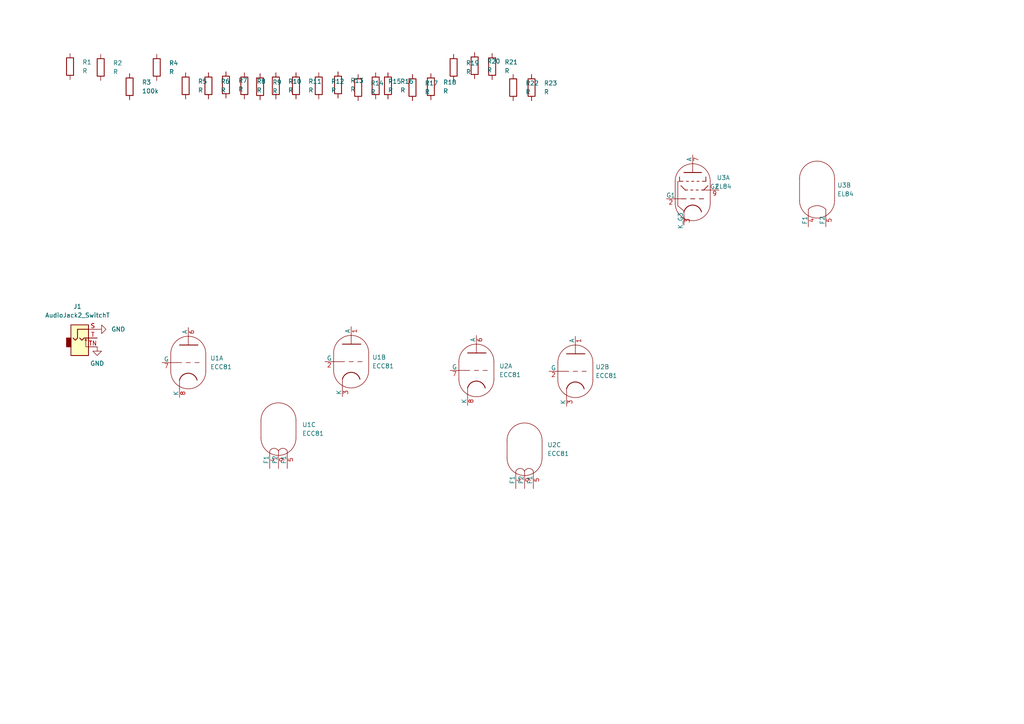
<source format=kicad_sch>
(kicad_sch (version 20211123) (generator eeschema)
  (paper "A4")
  (lib_symbols
    (symbol "Connector:AudioJack2_SwitchT"
      (property "Reference" "J" (at 0 8.89 0))
      (property "Value" "AudioJack2_SwitchT" (at 0 6.35 0))
      (symbol "AudioJack2_SwitchT_0_1"
        (rectangle (start -2.54 0) (end -3.81 -2.54) (stroke (width 0.254)) (fill (type outline)))
        (polyline (pts (xy 1.778 -0.254) (xy 2.032 -0.762)))
        (polyline (pts (xy 0 0) (xy 0.635 -0.635) (xy 1.27 0) (xy 2.54 0)) (stroke (width 0.254)))
        (polyline (pts (xy 2.54 -2.54) (xy 1.778 -2.54) (xy 1.778 -0.254) (xy 1.524 -0.762)))
        (polyline (pts (xy 2.54 2.54) (xy -0.635 2.54) (xy -0.635 0) (xy -1.27 -0.635) (xy -1.905 0)) (stroke (width 0.254)))
        (rectangle (start 2.54 3.81) (end -2.54 -5.08) (stroke (width 0.254)) (fill (type background)))
      )
      (symbol "AudioJack2_SwitchT_1_1"
        (pin passive line (at 5.08 2.54 180) (length 2.54) (name "~") (number "S"))
        (pin passive line (at 5.08 0 180) (length 2.54) (name "~") (number "T"))
        (pin passive line (at 5.08 -2.54 180) (length 2.54) (name "~") (number "TN"))
      )
    )
    (symbol "Device:R" (pin_numbers hide) (pin_names (offset 0))
      (property "Reference" "R" (at 2.032 0 90))
      (property "Value" "R" (at 0 0 90))
      (symbol "R_0_1"
        (rectangle (start -1.016 -2.54) (end 1.016 2.54) (stroke (width 0.254)))
      )
      (symbol "R_1_1"
        (pin passive line (at 0 3.81 270) (length 1.27) (name "~") (number "1"))
        (pin passive line (at 0 -3.81 90) (length 1.27) (name "~") (number "2"))
      )
    )
    (symbol "Valve:ECC81" (pin_names (offset 0))
      (property "Reference" "U" (at 3.302 7.874 0))
      (property "Value" "ECC81" (at 8.89 -7.62 0))
      (symbol "ECC81_0_1"
        (arc (start -5.08 -2.54) (mid 0 -7.62) (end 5.08 -2.54))
        (polyline (pts (xy 5.08 2.54) (xy 5.08 -2.54)))
        (polyline (pts (xy -5.08 2.54) (xy -5.08 -2.54) (xy -5.08 -2.54)))
        (arc (start 5.08 2.54) (mid 0 7.62) (end -5.08 2.54))
      )
      (symbol "ECC81_1_0"
        (polyline (pts (xy -2.54 -5.08) (xy -2.54 -7.62)))
        (polyline (pts (xy 0 5.08) (xy 0 7.62)))
      )
      (symbol "ECC81_1_1"
        (polyline (pts (xy -5.08 0) (xy -3.175 0)))
        (polyline (pts (xy -1.905 0) (xy -3.175 0)) (stroke (width 0.1524)))
        (polyline (pts (xy -0.635 0) (xy 0.635 0)) (stroke (width 0.1524)))
        (polyline (pts (xy 1.905 0) (xy 3.175 0)) (stroke (width 0.1524)))
        (polyline (pts (xy -2.54 5.08) (xy 2.794 5.08) (xy 2.794 5.08)) (stroke (width 0.254)))
        (arc (start 2.54 -5.08) (mid 0 -3.0968) (end -2.54 -5.08) (stroke (width 0.254)))
        (pin output line (at 0 10.16 270) (length 2.54) (name "A") (number "6"))
        (pin input line (at -7.62 0 0) (length 2.54) (name "G") (number "7"))
        (pin bidirectional line (at -2.54 -10.16 90) (length 2.54) (name "K") (number "8"))
      )
      (symbol "ECC81_2_0"
        (polyline (pts (xy -2.54 -5.08) (xy -2.54 -7.62)))
        (polyline (pts (xy 0 5.08) (xy 0 7.62)))
      )
      (symbol "ECC81_2_1"
        (polyline (pts (xy -5.08 0) (xy -3.175 0)))
        (polyline (pts (xy -1.905 0) (xy -3.175 0)) (stroke (width 0.1524)))
        (polyline (pts (xy -0.635 0) (xy 0.635 0)) (stroke (width 0.1524)))
        (polyline (pts (xy 1.905 0) (xy 3.175 0)) (stroke (width 0.1524)))
        (polyline (pts (xy -2.54 5.08) (xy 2.794 5.08) (xy 2.794 5.08)) (stroke (width 0.254)))
        (arc (start 2.54 -5.08) (mid 0 -3.0968) (end -2.54 -5.08) (stroke (width 0.254)))
        (pin output line (at 0 10.16 270) (length 2.54) (name "A") (number "1"))
        (pin input line (at -7.62 0 0) (length 2.54) (name "G") (number "2"))
        (pin bidirectional line (at -2.54 -10.16 90) (length 2.54) (name "K") (number "3"))
      )
      (symbol "ECC81_3_1"
        (arc (start 0 -6.35) (mid -1.27 -5.5651) (end -2.54 -6.35))
        (arc (start 2.54 -6.35) (mid 1.27 -5.5651) (end 0 -6.35))
        (pin power_in line (at -2.54 -11.43 90) (length 5.08) (name "F1") (number "4"))
        (pin power_in line (at 2.54 -11.43 90) (length 5.08) (name "F1") (number "5"))
        (pin power_in line (at 0 -11.43 90) (length 5.08) (name "F2") (number "9"))
      )
    )
    (symbol "Valve:EL84" (pin_names (offset 0))
      (property "Reference" "U" (at 2.54 10.16 0))
      (property "Value" "EL84" (at 7.62 -7.62 0))
      (symbol "EL84_0_1"
        (arc (start -5.08 -2.54) (mid 0 -7.62) (end 5.08 -2.54))
        (polyline (pts (xy -5.08 3.81) (xy -5.08 -2.54) (xy -5.08 -2.54)))
        (polyline (pts (xy 5.08 -2.54) (xy 5.08 3.81) (xy 5.08 3.81)))
        (arc (start 5.08 3.81) (mid 0 8.89) (end -5.08 3.81))
      )
      (symbol "EL84_1_0"
        (polyline (pts (xy -2.54 -5.08) (xy -2.54 -7.62)))
      )
      (symbol "EL84_1_1"
        (polyline (pts (xy -5.08 -1.27) (xy -3.175 -1.27)))
        (polyline (pts (xy -4.318 -3.302) (xy -4.318 3.7338)))
        (polyline (pts (xy -4.318 -3.302) (xy -2.54 -4.826)))
        (polyline (pts (xy -4.064 3.7338) (xy -4.318 3.7338)))
        (polyline (pts (xy -3.81 3.81) (xy -2.794 3.81)) (stroke (width 0.2032)))
        (polyline (pts (xy -3.81 5.08) (xy -3.81 3.81)) (stroke (width 0.2032)))
        (polyline (pts (xy -3.429 2.54) (xy -2.159 1.27)) (stroke (width 0.2032)))
        (polyline (pts (xy -2.159 1.27) (xy -1.4732 1.27)) (stroke (width 0.2032)))
        (polyline (pts (xy -1.905 -1.27) (xy -3.175 -1.27)) (stroke (width 0.2032)))
        (polyline (pts (xy -1.8542 3.81) (xy -1.2192 3.81)) (stroke (width 0.2032)))
        (polyline (pts (xy -0.635 -1.27) (xy 0.635 -1.27)) (stroke (width 0.2032)))
        (polyline (pts (xy -0.5842 1.27) (xy 0.0762 1.27)) (stroke (width 0.2032)))
        (polyline (pts (xy -0.3302 3.81) (xy 0.3302 3.81)) (stroke (width 0.2032)))
        (polyline (pts (xy 0 6.35) (xy 0 8.89)))
        (polyline (pts (xy 0.9652 1.27) (xy 1.6002 1.27)) (stroke (width 0.2032)))
        (polyline (pts (xy 1.2192 3.81) (xy 1.8542 3.81)) (stroke (width 0.2032)))
        (polyline (pts (xy 1.905 -1.27) (xy 3.175 -1.27)) (stroke (width 0.2032)))
        (polyline (pts (xy 2.54 1.27) (xy 3.175 1.27)) (stroke (width 0.2032)))
        (polyline (pts (xy 3.175 1.27) (xy 5.08 1.27)))
        (polyline (pts (xy 3.81 3.81) (xy 2.794 3.81)) (stroke (width 0.2032)))
        (polyline (pts (xy 3.81 5.08) (xy 3.81 3.81)) (stroke (width 0.2032)))
        (polyline (pts (xy 4.445 2.54) (xy 3.175 1.27)) (stroke (width 0.2032)))
        (polyline (pts (xy -2.54 6.35) (xy 2.54 6.35) (xy 2.54 6.35)) (stroke (width 0.254)))
        (arc (start 2.54 -5.08) (mid 0 -3.0968) (end -2.54 -5.08) (stroke (width 0.254)))
        (pin input line (at -7.62 -1.27 0) (length 2.54) (name "G1") (number "2"))
        (pin bidirectional line (at -2.54 -8.89 90) (length 2.54) (name "K_G3") (number "3"))
        (pin output line (at 0 11.43 270) (length 2.54) (name "A") (number "7"))
        (pin input line (at 7.62 1.27 180) (length 2.54) (name "G2") (number "9"))
      )
      (symbol "EL84_2_1"
        (polyline (pts (xy -2.54 -5.08) (xy -2.54 -6.35) (xy -2.54 -6.35)))
        (polyline (pts (xy 2.54 -6.35) (xy 2.54 -5.08) (xy 2.54 -5.08)))
        (arc (start 2.54 -5.08) (mid 0 -4.0279) (end -2.54 -5.08))
        (pin power_in line (at -2.54 -10.16 90) (length 3.81) (name "F1") (number "4"))
        (pin power_in line (at 2.54 -10.16 90) (length 3.81) (name "F2") (number "5"))
      )
    )
    (symbol "power:GND" (power) (pin_names (offset 0))
      (property "Value" "GND" (at 0 -3.81 0))
      (symbol "GND_0_1"
        (polyline (pts (xy 0 0) (xy 0 -1.27) (xy 1.27 -1.27) (xy 0 -2.54) (xy -1.27 -1.27) (xy 0 -1.27)))
      )
      (symbol "GND_1_1"
        (pin power_in line (at 0 0 270) (length 0) hide (name "GND") (number "1"))
      )
    )
  )
  (symbol (lib_id "Valve:ECC81") (at 101.854 104.902 0) (unit 2)
    (property "Reference" "U1" (at 107.95 103.6319 0) (effects (justify left)))
    (property "Value" "ECC81" (at 107.95 106.1719 0) (effects (justify left)))
    (property "Footprint" "Valve:Valve_Noval_P" (effects hide))
    (property "Datasheet" "http://www.r-type.org/pdfs/ecc81.pdf" (effects hide))
  )
  (symbol (lib_id "power:GND") (at 28.194 100.584 0) (unit 1)
    (property "Reference" "#PWR0101" (effects hide))
    (property "Value" "GND" (at 28.194 105.41 0))
  )
  (symbol (lib_id "Device:R") (at 29.21 19.558 0) (unit 1)
    (property "Reference" "R2" (at 32.766 18.2879 0) (effects (justify left)))
    (property "Value" "R" (at 32.766 20.8279 0) (effects (justify left)))
    (property "Footprint" "Resistor_THT:R_Axial_DIN0411_L9.9mm_D3.6mm_P12.70mm_Horizontal" (effects hide))
  )
  (symbol (lib_id "Device:R") (at 80.01 24.892 0) (unit 1)
    (property "Reference" "R10" (at 83.566 23.6219 0) (effects (justify left)))
    (property "Value" "R" (at 83.566 26.1619 0) (effects (justify left)))
    (property "Footprint" "Resistor_THT:R_Axial_DIN0207_L6.3mm_D2.5mm_P7.62mm_Horizontal" (effects hide))
  )
  (symbol (lib_id "Device:R") (at 119.634 25.4 0) (unit 1)
    (property "Reference" "R17" (at 123.19 24.1299 0) (effects (justify left)))
    (property "Value" "R" (at 123.19 26.6699 0) (effects (justify left)))
    (property "Footprint" "Resistor_THT:R_Axial_DIN0207_L6.3mm_D2.5mm_P7.62mm_Horizontal" (effects hide))
  )
  (symbol (lib_id "Device:R") (at 112.522 24.892 0) (unit 1)
    (property "Reference" "R16" (at 116.078 23.6219 0) (effects (justify left)))
    (property "Value" "R" (at 116.078 26.1619 0) (effects (justify left)))
    (property "Footprint" "Resistor_THT:R_Axial_DIN0207_L6.3mm_D2.5mm_P7.62mm_Horizontal" (effects hide))
  )
  (symbol (lib_id "power:GND") (at 28.194 95.504 90) (unit 1)
    (property "Reference" "#PWR0102" (effects hide))
    (property "Value" "GND" (at 32.258 95.5039 90) (effects (justify right)))
  )
  (symbol (lib_id "Connector:AudioJack2_SwitchT") (at 23.114 98.044 0) (unit 1)
    (property "Reference" "J1" (at 22.479 88.9 0))
    (property "Value" "AudioJack2_SwitchT" (at 22.479 91.44 0))
  )
  (symbol (lib_id "Valve:ECC81") (at 54.61 105.156 0) (unit 1)
    (property "Reference" "U1" (at 60.96 103.8859 0) (effects (justify left)))
    (property "Value" "ECC81" (at 60.96 106.4259 0) (effects (justify left)))
    (property "Footprint" "Valve:Valve_Noval_P" (effects hide))
    (property "Datasheet" "http://www.r-type.org/pdfs/ecc81.pdf" (effects hide))
  )
  (symbol (lib_id "Device:R") (at 75.438 25.146 0) (unit 1)
    (property "Reference" "R9" (at 78.994 23.8759 0) (effects (justify left)))
    (property "Value" "R" (at 78.994 26.4159 0) (effects (justify left)))
    (property "Footprint" "Resistor_THT:R_Axial_DIN0207_L6.3mm_D2.5mm_P7.62mm_Horizontal" (effects hide))
  )
  (symbol (lib_id "Valve:EL84") (at 236.982 55.626 0) (unit 2)
    (property "Reference" "U3" (at 242.824 53.7209 0) (effects (justify left)))
    (property "Value" "EL84" (at 242.824 56.2609 0) (effects (justify left)))
    (property "Footprint" "Valve:Valve_Noval_P" (effects hide))
    (property "Datasheet" "http://www.r-type.org/pdfs/el84.pdf" (effects hide))
  )
  (symbol (lib_id "Device:R") (at 70.866 24.892 0) (unit 1)
    (property "Reference" "R8" (at 74.422 23.6219 0) (effects (justify left)))
    (property "Value" "R" (at 74.422 26.1619 0) (effects (justify left)))
    (property "Footprint" "Resistor_THT:R_Axial_DIN0207_L6.3mm_D2.5mm_P7.62mm_Horizontal" (effects hide))
  )
  (symbol (lib_id "Device:R") (at 103.886 25.4 0) (unit 1)
    (property "Reference" "R14" (at 107.442 24.1299 0) (effects (justify left)))
    (property "Value" "R" (at 107.442 26.6699 0) (effects (justify left)))
    (property "Footprint" "Resistor_THT:R_Axial_DIN0207_L6.3mm_D2.5mm_P7.62mm_Horizontal" (effects hide))
  )
  (symbol (lib_id "Valve:ECC81") (at 166.878 107.696 0) (unit 2)
    (property "Reference" "U2" (at 172.72 106.4259 0) (effects (justify left)))
    (property "Value" "ECC81" (at 172.72 108.9659 0) (effects (justify left)))
    (property "Footprint" "Valve:Valve_Noval_P" (effects hide))
    (property "Datasheet" "http://www.r-type.org/pdfs/ecc81.pdf" (effects hide))
  )
  (symbol (lib_id "Device:R") (at 137.668 19.05 0) (unit 1)
    (property "Reference" "R20" (at 141.224 17.7799 0) (effects (justify left)))
    (property "Value" "R" (at 141.224 20.3199 0) (effects (justify left)))
    (property "Footprint" "Resistor_THT:R_Axial_DIN0411_L9.9mm_D3.6mm_P12.70mm_Horizontal" (effects hide))
  )
  (symbol (lib_id "Device:R") (at 142.748 19.304 0) (unit 1)
    (property "Reference" "R21" (at 146.304 18.0339 0) (effects (justify left)))
    (property "Value" "R" (at 146.304 20.5739 0) (effects (justify left)))
    (property "Footprint" "Resistor_THT:R_Axial_DIN0411_L9.9mm_D3.6mm_P12.70mm_Horizontal" (effects hide))
  )
  (symbol (lib_id "Device:R") (at 124.968 25.146 0) (unit 1)
    (property "Reference" "R18" (at 128.524 23.8759 0) (effects (justify left)))
    (property "Value" "R" (at 128.524 26.4159 0) (effects (justify left)))
    (property "Footprint" "Resistor_THT:R_Axial_DIN0207_L6.3mm_D2.5mm_P7.62mm_Horizontal" (effects hide))
  )
  (symbol (lib_id "Device:R") (at 148.844 25.4 0) (unit 1)
    (property "Reference" "R22" (at 152.4 24.1299 0) (effects (justify left)))
    (property "Value" "R" (at 152.4 26.6699 0) (effects (justify left)))
    (property "Footprint" "Resistor_THT:R_Axial_DIN0207_L6.3mm_D2.5mm_P7.62mm_Horizontal" (effects hide))
  )
  (symbol (lib_id "Device:R") (at 154.178 25.4 0) (unit 1)
    (property "Reference" "R23" (at 157.734 24.1299 0) (effects (justify left)))
    (property "Value" "R" (at 157.734 26.6699 0) (effects (justify left)))
    (property "Footprint" "Resistor_THT:R_Axial_DIN0207_L6.3mm_D2.5mm_P7.62mm_Horizontal" (effects hide))
  )
  (symbol (lib_id "Device:R") (at 60.452 24.892 0) (unit 1)
    (property "Reference" "R6" (at 64.008 23.6219 0) (effects (justify left)))
    (property "Value" "R" (at 64.008 26.1619 0) (effects (justify left)))
    (property "Footprint" "Resistor_THT:R_Axial_DIN0207_L6.3mm_D2.5mm_P7.62mm_Horizontal" (effects hide))
  )
  (symbol (lib_id "Device:R") (at 92.456 24.892 0) (unit 1)
    (property "Reference" "R12" (at 96.012 23.6219 0) (effects (justify left)))
    (property "Value" "R" (at 96.012 26.1619 0) (effects (justify left)))
    (property "Footprint" "Resistor_THT:R_Axial_DIN0207_L6.3mm_D2.5mm_P7.62mm_Horizontal" (effects hide))
  )
  (symbol (lib_id "Device:R") (at 131.572 19.558 0) (unit 1)
    (property "Reference" "R19" (at 135.128 18.2879 0) (effects (justify left)))
    (property "Value" "R" (at 135.128 20.8279 0) (effects (justify left)))
    (property "Footprint" "Resistor_THT:R_Axial_DIN0411_L9.9mm_D3.6mm_P12.70mm_Horizontal" (effects hide))
  )
  (symbol (lib_id "Valve:EL84") (at 200.914 56.388 0) (unit 1)
    (property "Reference" "U3" (at 209.804 51.5366 0))
    (property "Value" "EL84" (at 209.804 54.0766 0))
    (property "Footprint" "Valve:Valve_Noval_P" (effects hide))
    (property "Datasheet" "http://www.r-type.org/pdfs/el84.pdf" (effects hide))
  )
  (symbol (lib_id "Device:R") (at 65.532 24.638 0) (unit 1)
    (property "Reference" "R7" (at 69.088 23.3679 0) (effects (justify left)))
    (property "Value" "R" (at 69.088 25.9079 0) (effects (justify left)))
    (property "Footprint" "Resistor_THT:R_Axial_DIN0207_L6.3mm_D2.5mm_P7.62mm_Horizontal" (effects hide))
  )
  (symbol (lib_id "Device:R") (at 98.044 24.638 0) (unit 1)
    (property "Reference" "R13" (at 101.6 23.3679 0) (effects (justify left)))
    (property "Value" "R" (at 101.6 25.9079 0) (effects (justify left)))
    (property "Footprint" "Resistor_THT:R_Axial_DIN0207_L6.3mm_D2.5mm_P7.62mm_Horizontal" (effects hide))
  )
  (symbol (lib_id "Device:R") (at 53.848 24.892 0) (unit 1)
    (property "Reference" "R5" (at 57.404 23.6219 0) (effects (justify left)))
    (property "Value" "R" (at 57.404 26.1619 0) (effects (justify left)))
    (property "Footprint" "Resistor_THT:R_Axial_DIN0207_L6.3mm_D2.5mm_P7.62mm_Horizontal" (effects hide))
  )
  (symbol (lib_id "Valve:ECC81") (at 152.146 130.302 0) (unit 3)
    (property "Reference" "U2" (at 158.75 129.0319 0) (effects (justify left)))
    (property "Value" "ECC81" (at 158.75 131.5719 0) (effects (justify left)))
    (property "Footprint" "Valve:Valve_Noval_P" (effects hide))
    (property "Datasheet" "http://www.r-type.org/pdfs/ecc81.pdf" (effects hide))
  )
  (symbol (lib_id "Valve:ECC81") (at 138.176 107.442 0) (unit 1)
    (property "Reference" "U2" (at 144.78 106.1719 0) (effects (justify left)))
    (property "Value" "ECC81" (at 144.78 108.7119 0) (effects (justify left)))
    (property "Footprint" "Valve:Valve_Noval_P" (effects hide))
    (property "Datasheet" "http://www.r-type.org/pdfs/ecc81.pdf" (effects hide))
  )
  (symbol (lib_id "Device:R") (at 108.966 24.892 0) (unit 1)
    (property "Reference" "R15" (at 112.522 23.6219 0) (effects (justify left)))
    (property "Value" "R" (at 112.522 26.1619 0) (effects (justify left)))
    (property "Footprint" "Resistor_THT:R_Axial_DIN0207_L6.3mm_D2.5mm_P7.62mm_Horizontal" (effects hide))
  )
  (symbol (lib_id "Device:R") (at 85.852 24.892 0) (unit 1)
    (property "Reference" "R11" (at 89.408 23.6219 0) (effects (justify left)))
    (property "Value" "R" (at 89.408 26.1619 0) (effects (justify left)))
    (property "Footprint" "Resistor_THT:R_Axial_DIN0207_L6.3mm_D2.5mm_P7.62mm_Horizontal" (effects hide))
  )
  (symbol (lib_id "Valve:ECC81") (at 80.772 124.46 0) (unit 3)
    (property "Reference" "U1" (at 87.63 123.1899 0) (effects (justify left)))
    (property "Value" "ECC81" (at 87.63 125.7299 0) (effects (justify left)))
    (property "Footprint" "Valve:Valve_Noval_P" (effects hide))
    (property "Datasheet" "http://www.r-type.org/pdfs/ecc81.pdf" (effects hide))
  )
  (symbol (lib_id "Device:R") (at 45.466 19.558 0) (unit 1)
    (property "Reference" "R4" (at 49.022 18.2879 0) (effects (justify left)))
    (property "Value" "R" (at 49.022 20.8279 0) (effects (justify left)))
    (property "Footprint" "Resistor_THT:R_Axial_DIN0411_L9.9mm_D3.6mm_P12.70mm_Horizontal" (effects hide))
  )
  (symbol (lib_id "Device:R") (at 20.32 19.304 0) (unit 1)
    (property "Reference" "R1" (at 23.876 18.0339 0) (effects (justify left)))
    (property "Value" "R" (at 23.876 20.5739 0) (effects (justify left)))
    (property "Footprint" "Resistor_THT:R_Axial_DIN0411_L9.9mm_D3.6mm_P12.70mm_Horizontal" (effects hide))
    (property "Datasheet" "2watts" (effects hide))
  )
  (symbol (lib_id "Device:R") (at 37.592 25.146 0) (unit 1)
    (property "Reference" "R3" (at 41.148 23.8759 0) (effects (justify left)))
    (property "Value" "100k" (at 41.148 26.4159 0) (effects (justify left)))
    (property "Footprint" "Resistor_THT:R_Axial_DIN0207_L6.3mm_D2.5mm_P7.62mm_Horizontal" (effects hide))
  )
)
</source>
